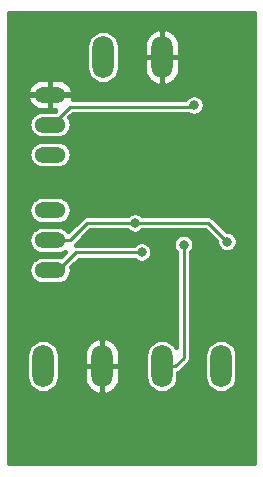
<source format=gbl>
G04 #@! TF.GenerationSoftware,KiCad,Pcbnew,5.1.5*
G04 #@! TF.CreationDate,2020-04-17T15:57:54+02:00*
G04 #@! TF.ProjectId,eco_charger_ltc3105,65636f5f-6368-4617-9267-65725f6c7463,rev?*
G04 #@! TF.SameCoordinates,Original*
G04 #@! TF.FileFunction,Copper,L2,Bot*
G04 #@! TF.FilePolarity,Positive*
%FSLAX46Y46*%
G04 Gerber Fmt 4.6, Leading zero omitted, Abs format (unit mm)*
G04 Created by KiCad (PCBNEW 5.1.5) date 2020-04-17 15:57:54*
%MOMM*%
%LPD*%
G04 APERTURE LIST*
%ADD10O,1.790700X3.581400*%
%ADD11O,2.641600X1.320800*%
%ADD12C,3.104800*%
%ADD13C,0.800000*%
%ADD14C,0.250000*%
%ADD15C,0.406400*%
G04 APERTURE END LIST*
D10*
X146010000Y-115824000D03*
X141010000Y-115824000D03*
X146090000Y-89662000D03*
X151090000Y-89662000D03*
X156074100Y-115824000D03*
X151074100Y-115824000D03*
D11*
X141605000Y-92837000D03*
X141605000Y-97917000D03*
X141605000Y-95377000D03*
X141605000Y-105156000D03*
X141605000Y-107696000D03*
X141605000Y-102616000D03*
D12*
X139700000Y-122428000D03*
X139827000Y-87630000D03*
X157226000Y-87630000D03*
X157226000Y-122428000D03*
D13*
X149352008Y-106172000D03*
X152908000Y-105537000D03*
X148778000Y-103698000D03*
X156591000Y-105283000D03*
X153796996Y-93726000D03*
D14*
X141732000Y-107696000D02*
X142240000Y-107696000D01*
X143764000Y-106172000D02*
X149352008Y-106172000D01*
X142240000Y-107696000D02*
X143764000Y-106172000D01*
X152908000Y-115135450D02*
X152219450Y-115824000D01*
X152219450Y-115824000D02*
X151074100Y-115824000D01*
X152908000Y-105537000D02*
X152908000Y-115135450D01*
X143302800Y-105156000D02*
X141732000Y-105156000D01*
X144760800Y-103698000D02*
X143302800Y-105156000D01*
X148778000Y-103698000D02*
X144760800Y-103698000D01*
X155006000Y-103698000D02*
X156591000Y-105283000D01*
X148778000Y-103698000D02*
X155006000Y-103698000D01*
X153669996Y-93853000D02*
X153796996Y-93726000D01*
X141732000Y-95377000D02*
X143256000Y-93853000D01*
X143256000Y-93853000D02*
X153669996Y-93853000D01*
D15*
G36*
X158897900Y-124050400D02*
G01*
X138104300Y-124050400D01*
X138104300Y-114859710D01*
X139606650Y-114859710D01*
X139606650Y-116788291D01*
X139626956Y-116994455D01*
X139707202Y-117258987D01*
X139837512Y-117502782D01*
X140012881Y-117716470D01*
X140226569Y-117891839D01*
X140470364Y-118022149D01*
X140734896Y-118102395D01*
X141010000Y-118129490D01*
X141285105Y-118102395D01*
X141549637Y-118022149D01*
X141793432Y-117891839D01*
X142007120Y-117716470D01*
X142182489Y-117502782D01*
X142312799Y-117258987D01*
X142393045Y-116994455D01*
X142413350Y-116788291D01*
X142413350Y-115849000D01*
X144455050Y-115849000D01*
X144455050Y-116744350D01*
X144489805Y-117047225D01*
X144582980Y-117337500D01*
X144730995Y-117604020D01*
X144928161Y-117836543D01*
X145166902Y-118026133D01*
X145438043Y-118165504D01*
X145731164Y-118249300D01*
X145742091Y-118251047D01*
X145985000Y-118109175D01*
X145985000Y-115849000D01*
X146035000Y-115849000D01*
X146035000Y-118109175D01*
X146277909Y-118251047D01*
X146288836Y-118249300D01*
X146581957Y-118165504D01*
X146853098Y-118026133D01*
X147091839Y-117836543D01*
X147289005Y-117604020D01*
X147437020Y-117337500D01*
X147530195Y-117047225D01*
X147564950Y-116744350D01*
X147564950Y-115849000D01*
X146035000Y-115849000D01*
X145985000Y-115849000D01*
X144455050Y-115849000D01*
X142413350Y-115849000D01*
X142413350Y-114903650D01*
X144455050Y-114903650D01*
X144455050Y-115799000D01*
X145985000Y-115799000D01*
X145985000Y-113538825D01*
X146035000Y-113538825D01*
X146035000Y-115799000D01*
X147564950Y-115799000D01*
X147564950Y-114903650D01*
X147559908Y-114859710D01*
X149670750Y-114859710D01*
X149670750Y-116788291D01*
X149691056Y-116994455D01*
X149771302Y-117258987D01*
X149901612Y-117502782D01*
X150076981Y-117716470D01*
X150290669Y-117891839D01*
X150534464Y-118022149D01*
X150798996Y-118102395D01*
X151074100Y-118129490D01*
X151349205Y-118102395D01*
X151613737Y-118022149D01*
X151857532Y-117891839D01*
X152071220Y-117716470D01*
X152246589Y-117502782D01*
X152376899Y-117258987D01*
X152457145Y-116994455D01*
X152477450Y-116788291D01*
X152477450Y-116403846D01*
X152572827Y-116352866D01*
X152669214Y-116273764D01*
X152689034Y-116249613D01*
X153333613Y-115605034D01*
X153357764Y-115585214D01*
X153436866Y-115488827D01*
X153495645Y-115378860D01*
X153531840Y-115259540D01*
X153534124Y-115236355D01*
X153544062Y-115135450D01*
X153541000Y-115104362D01*
X153541000Y-114859710D01*
X154670750Y-114859710D01*
X154670750Y-116788291D01*
X154691056Y-116994455D01*
X154771302Y-117258987D01*
X154901612Y-117502782D01*
X155076981Y-117716470D01*
X155290669Y-117891839D01*
X155534464Y-118022149D01*
X155798996Y-118102395D01*
X156074100Y-118129490D01*
X156349205Y-118102395D01*
X156613737Y-118022149D01*
X156857532Y-117891839D01*
X157071220Y-117716470D01*
X157246589Y-117502782D01*
X157376899Y-117258987D01*
X157457145Y-116994455D01*
X157477450Y-116788291D01*
X157477450Y-114859709D01*
X157457145Y-114653545D01*
X157376899Y-114389013D01*
X157246589Y-114145218D01*
X157071219Y-113931530D01*
X156857531Y-113756161D01*
X156613736Y-113625851D01*
X156349204Y-113545605D01*
X156074100Y-113518510D01*
X155798995Y-113545605D01*
X155534463Y-113625851D01*
X155290668Y-113756161D01*
X155076980Y-113931531D01*
X154901611Y-114145219D01*
X154771301Y-114389014D01*
X154691055Y-114653546D01*
X154670750Y-114859710D01*
X153541000Y-114859710D01*
X153541000Y-106188105D01*
X153613289Y-106115816D01*
X153712659Y-105967099D01*
X153781106Y-105801854D01*
X153816000Y-105626430D01*
X153816000Y-105447570D01*
X153781106Y-105272146D01*
X153712659Y-105106901D01*
X153613289Y-104958184D01*
X153486816Y-104831711D01*
X153338099Y-104732341D01*
X153172854Y-104663894D01*
X152997430Y-104629000D01*
X152818570Y-104629000D01*
X152643146Y-104663894D01*
X152477901Y-104732341D01*
X152329184Y-104831711D01*
X152202711Y-104958184D01*
X152103341Y-105106901D01*
X152034894Y-105272146D01*
X152000000Y-105447570D01*
X152000000Y-105626430D01*
X152034894Y-105801854D01*
X152103341Y-105967099D01*
X152202711Y-106115816D01*
X152275000Y-106188105D01*
X152275001Y-114198373D01*
X152246589Y-114145218D01*
X152071219Y-113931530D01*
X151857531Y-113756161D01*
X151613736Y-113625851D01*
X151349204Y-113545605D01*
X151074100Y-113518510D01*
X150798995Y-113545605D01*
X150534463Y-113625851D01*
X150290668Y-113756161D01*
X150076980Y-113931531D01*
X149901611Y-114145219D01*
X149771301Y-114389014D01*
X149691055Y-114653546D01*
X149670750Y-114859710D01*
X147559908Y-114859710D01*
X147530195Y-114600775D01*
X147437020Y-114310500D01*
X147289005Y-114043980D01*
X147091839Y-113811457D01*
X146853098Y-113621867D01*
X146581957Y-113482496D01*
X146288836Y-113398700D01*
X146277909Y-113396953D01*
X146035000Y-113538825D01*
X145985000Y-113538825D01*
X145742091Y-113396953D01*
X145731164Y-113398700D01*
X145438043Y-113482496D01*
X145166902Y-113621867D01*
X144928161Y-113811457D01*
X144730995Y-114043980D01*
X144582980Y-114310500D01*
X144489805Y-114600775D01*
X144455050Y-114903650D01*
X142413350Y-114903650D01*
X142413350Y-114859709D01*
X142393045Y-114653545D01*
X142312799Y-114389013D01*
X142182489Y-114145218D01*
X142007119Y-113931530D01*
X141793431Y-113756161D01*
X141549636Y-113625851D01*
X141285104Y-113545605D01*
X141010000Y-113518510D01*
X140734895Y-113545605D01*
X140470363Y-113625851D01*
X140226568Y-113756161D01*
X140012880Y-113931531D01*
X139837511Y-114145219D01*
X139707201Y-114389014D01*
X139626955Y-114653546D01*
X139606650Y-114859710D01*
X138104300Y-114859710D01*
X138104300Y-105156000D01*
X139770547Y-105156000D01*
X139793106Y-105385046D01*
X139859916Y-105605291D01*
X139968411Y-105808269D01*
X140114419Y-105986181D01*
X140292331Y-106132189D01*
X140495309Y-106240684D01*
X140715554Y-106307494D01*
X140887204Y-106324400D01*
X142322796Y-106324400D01*
X142494446Y-106307494D01*
X142714691Y-106240684D01*
X142898216Y-106142587D01*
X142495866Y-106544937D01*
X142494446Y-106544506D01*
X142322796Y-106527600D01*
X140887204Y-106527600D01*
X140715554Y-106544506D01*
X140495309Y-106611316D01*
X140292331Y-106719811D01*
X140114419Y-106865819D01*
X139968411Y-107043731D01*
X139859916Y-107246709D01*
X139793106Y-107466954D01*
X139770547Y-107696000D01*
X139793106Y-107925046D01*
X139859916Y-108145291D01*
X139968411Y-108348269D01*
X140114419Y-108526181D01*
X140292331Y-108672189D01*
X140495309Y-108780684D01*
X140715554Y-108847494D01*
X140887204Y-108864400D01*
X142322796Y-108864400D01*
X142494446Y-108847494D01*
X142714691Y-108780684D01*
X142917669Y-108672189D01*
X143095581Y-108526181D01*
X143241589Y-108348269D01*
X143350084Y-108145291D01*
X143416894Y-107925046D01*
X143439453Y-107696000D01*
X143416894Y-107466954D01*
X143404640Y-107426557D01*
X144026197Y-106805000D01*
X148700903Y-106805000D01*
X148773192Y-106877289D01*
X148921909Y-106976659D01*
X149087154Y-107045106D01*
X149262578Y-107080000D01*
X149441438Y-107080000D01*
X149616862Y-107045106D01*
X149782107Y-106976659D01*
X149930824Y-106877289D01*
X150057297Y-106750816D01*
X150156667Y-106602099D01*
X150225114Y-106436854D01*
X150260008Y-106261430D01*
X150260008Y-106082570D01*
X150225114Y-105907146D01*
X150156667Y-105741901D01*
X150057297Y-105593184D01*
X149930824Y-105466711D01*
X149782107Y-105367341D01*
X149616862Y-105298894D01*
X149441438Y-105264000D01*
X149262578Y-105264000D01*
X149087154Y-105298894D01*
X148921909Y-105367341D01*
X148773192Y-105466711D01*
X148700903Y-105539000D01*
X143814997Y-105539000D01*
X145022997Y-104331000D01*
X148126895Y-104331000D01*
X148199184Y-104403289D01*
X148347901Y-104502659D01*
X148513146Y-104571106D01*
X148688570Y-104606000D01*
X148867430Y-104606000D01*
X149042854Y-104571106D01*
X149208099Y-104502659D01*
X149356816Y-104403289D01*
X149429105Y-104331000D01*
X154743803Y-104331000D01*
X155683000Y-105270197D01*
X155683000Y-105372430D01*
X155717894Y-105547854D01*
X155786341Y-105713099D01*
X155885711Y-105861816D01*
X156012184Y-105988289D01*
X156160901Y-106087659D01*
X156326146Y-106156106D01*
X156501570Y-106191000D01*
X156680430Y-106191000D01*
X156855854Y-106156106D01*
X157021099Y-106087659D01*
X157169816Y-105988289D01*
X157296289Y-105861816D01*
X157395659Y-105713099D01*
X157464106Y-105547854D01*
X157499000Y-105372430D01*
X157499000Y-105193570D01*
X157464106Y-105018146D01*
X157395659Y-104852901D01*
X157296289Y-104704184D01*
X157169816Y-104577711D01*
X157021099Y-104478341D01*
X156855854Y-104409894D01*
X156680430Y-104375000D01*
X156578197Y-104375000D01*
X155475584Y-103272387D01*
X155455764Y-103248236D01*
X155359377Y-103169134D01*
X155249410Y-103110355D01*
X155130090Y-103074160D01*
X155037088Y-103065000D01*
X155006000Y-103061938D01*
X154974912Y-103065000D01*
X149429105Y-103065000D01*
X149356816Y-102992711D01*
X149208099Y-102893341D01*
X149042854Y-102824894D01*
X148867430Y-102790000D01*
X148688570Y-102790000D01*
X148513146Y-102824894D01*
X148347901Y-102893341D01*
X148199184Y-102992711D01*
X148126895Y-103065000D01*
X144791885Y-103065000D01*
X144760799Y-103061938D01*
X144729713Y-103065000D01*
X144729712Y-103065000D01*
X144636710Y-103074160D01*
X144517390Y-103110355D01*
X144407423Y-103169134D01*
X144311036Y-103248236D01*
X144291216Y-103272387D01*
X143159679Y-104403924D01*
X143095581Y-104325819D01*
X142917669Y-104179811D01*
X142714691Y-104071316D01*
X142494446Y-104004506D01*
X142322796Y-103987600D01*
X140887204Y-103987600D01*
X140715554Y-104004506D01*
X140495309Y-104071316D01*
X140292331Y-104179811D01*
X140114419Y-104325819D01*
X139968411Y-104503731D01*
X139859916Y-104706709D01*
X139793106Y-104926954D01*
X139770547Y-105156000D01*
X138104300Y-105156000D01*
X138104300Y-102616000D01*
X139770547Y-102616000D01*
X139793106Y-102845046D01*
X139859916Y-103065291D01*
X139968411Y-103268269D01*
X140114419Y-103446181D01*
X140292331Y-103592189D01*
X140495309Y-103700684D01*
X140715554Y-103767494D01*
X140887204Y-103784400D01*
X142322796Y-103784400D01*
X142494446Y-103767494D01*
X142714691Y-103700684D01*
X142917669Y-103592189D01*
X143095581Y-103446181D01*
X143241589Y-103268269D01*
X143350084Y-103065291D01*
X143416894Y-102845046D01*
X143439453Y-102616000D01*
X143416894Y-102386954D01*
X143350084Y-102166709D01*
X143241589Y-101963731D01*
X143095581Y-101785819D01*
X142917669Y-101639811D01*
X142714691Y-101531316D01*
X142494446Y-101464506D01*
X142322796Y-101447600D01*
X140887204Y-101447600D01*
X140715554Y-101464506D01*
X140495309Y-101531316D01*
X140292331Y-101639811D01*
X140114419Y-101785819D01*
X139968411Y-101963731D01*
X139859916Y-102166709D01*
X139793106Y-102386954D01*
X139770547Y-102616000D01*
X138104300Y-102616000D01*
X138104300Y-97917000D01*
X139770547Y-97917000D01*
X139793106Y-98146046D01*
X139859916Y-98366291D01*
X139968411Y-98569269D01*
X140114419Y-98747181D01*
X140292331Y-98893189D01*
X140495309Y-99001684D01*
X140715554Y-99068494D01*
X140887204Y-99085400D01*
X142322796Y-99085400D01*
X142494446Y-99068494D01*
X142714691Y-99001684D01*
X142917669Y-98893189D01*
X143095581Y-98747181D01*
X143241589Y-98569269D01*
X143350084Y-98366291D01*
X143416894Y-98146046D01*
X143439453Y-97917000D01*
X143416894Y-97687954D01*
X143350084Y-97467709D01*
X143241589Y-97264731D01*
X143095581Y-97086819D01*
X142917669Y-96940811D01*
X142714691Y-96832316D01*
X142494446Y-96765506D01*
X142322796Y-96748600D01*
X140887204Y-96748600D01*
X140715554Y-96765506D01*
X140495309Y-96832316D01*
X140292331Y-96940811D01*
X140114419Y-97086819D01*
X139968411Y-97264731D01*
X139859916Y-97467709D01*
X139793106Y-97687954D01*
X139770547Y-97917000D01*
X138104300Y-97917000D01*
X138104300Y-95377000D01*
X139770547Y-95377000D01*
X139793106Y-95606046D01*
X139859916Y-95826291D01*
X139968411Y-96029269D01*
X140114419Y-96207181D01*
X140292331Y-96353189D01*
X140495309Y-96461684D01*
X140715554Y-96528494D01*
X140887204Y-96545400D01*
X142322796Y-96545400D01*
X142494446Y-96528494D01*
X142714691Y-96461684D01*
X142917669Y-96353189D01*
X143095581Y-96207181D01*
X143241589Y-96029269D01*
X143350084Y-95826291D01*
X143416894Y-95606046D01*
X143439453Y-95377000D01*
X143416894Y-95147954D01*
X143350084Y-94927709D01*
X143254783Y-94749414D01*
X143518197Y-94486000D01*
X153300060Y-94486000D01*
X153366897Y-94530659D01*
X153532142Y-94599106D01*
X153707566Y-94634000D01*
X153886426Y-94634000D01*
X154061850Y-94599106D01*
X154227095Y-94530659D01*
X154375812Y-94431289D01*
X154502285Y-94304816D01*
X154601655Y-94156099D01*
X154670102Y-93990854D01*
X154704996Y-93815430D01*
X154704996Y-93636570D01*
X154670102Y-93461146D01*
X154601655Y-93295901D01*
X154502285Y-93147184D01*
X154375812Y-93020711D01*
X154227095Y-92921341D01*
X154061850Y-92852894D01*
X153886426Y-92818000D01*
X153707566Y-92818000D01*
X153532142Y-92852894D01*
X153366897Y-92921341D01*
X153218180Y-93020711D01*
X153091707Y-93147184D01*
X153043053Y-93220000D01*
X143522497Y-93220000D01*
X143564914Y-93070000D01*
X143565004Y-93068149D01*
X143420229Y-92862000D01*
X141630000Y-92862000D01*
X141630000Y-94157000D01*
X142056803Y-94157000D01*
X142005203Y-94208600D01*
X140887204Y-94208600D01*
X140715554Y-94225506D01*
X140495309Y-94292316D01*
X140292331Y-94400811D01*
X140114419Y-94546819D01*
X139968411Y-94724731D01*
X139859916Y-94927709D01*
X139793106Y-95147954D01*
X139770547Y-95377000D01*
X138104300Y-95377000D01*
X138104300Y-93068149D01*
X139644996Y-93068149D01*
X139645086Y-93070000D01*
X139715512Y-93319046D01*
X139833171Y-93549567D01*
X139993542Y-93752704D01*
X140190461Y-93920651D01*
X140416361Y-94046954D01*
X140662561Y-94126759D01*
X140919600Y-94157000D01*
X141580000Y-94157000D01*
X141580000Y-92862000D01*
X139789771Y-92862000D01*
X139644996Y-93068149D01*
X138104300Y-93068149D01*
X138104300Y-92605851D01*
X139644996Y-92605851D01*
X139789771Y-92812000D01*
X141580000Y-92812000D01*
X141580000Y-91517000D01*
X141630000Y-91517000D01*
X141630000Y-92812000D01*
X143420229Y-92812000D01*
X143565004Y-92605851D01*
X143564914Y-92604000D01*
X143494488Y-92354954D01*
X143376829Y-92124433D01*
X143216458Y-91921296D01*
X143019539Y-91753349D01*
X142793639Y-91627046D01*
X142547439Y-91547241D01*
X142290400Y-91517000D01*
X141630000Y-91517000D01*
X141580000Y-91517000D01*
X140919600Y-91517000D01*
X140662561Y-91547241D01*
X140416361Y-91627046D01*
X140190461Y-91753349D01*
X139993542Y-91921296D01*
X139833171Y-92124433D01*
X139715512Y-92354954D01*
X139645086Y-92604000D01*
X139644996Y-92605851D01*
X138104300Y-92605851D01*
X138104300Y-88697709D01*
X144686650Y-88697709D01*
X144686650Y-90626290D01*
X144706955Y-90832454D01*
X144787201Y-91096986D01*
X144917511Y-91340781D01*
X145092880Y-91554469D01*
X145306568Y-91729839D01*
X145550363Y-91860149D01*
X145814895Y-91940395D01*
X146090000Y-91967490D01*
X146365104Y-91940395D01*
X146629636Y-91860149D01*
X146873431Y-91729839D01*
X147087119Y-91554470D01*
X147262489Y-91340782D01*
X147392799Y-91096987D01*
X147473045Y-90832455D01*
X147493350Y-90626291D01*
X147493350Y-89687000D01*
X149535050Y-89687000D01*
X149535050Y-90582350D01*
X149569805Y-90885225D01*
X149662980Y-91175500D01*
X149810995Y-91442020D01*
X150008161Y-91674543D01*
X150246902Y-91864133D01*
X150518043Y-92003504D01*
X150811164Y-92087300D01*
X150822091Y-92089047D01*
X151065000Y-91947175D01*
X151065000Y-89687000D01*
X151115000Y-89687000D01*
X151115000Y-91947175D01*
X151357909Y-92089047D01*
X151368836Y-92087300D01*
X151661957Y-92003504D01*
X151933098Y-91864133D01*
X152171839Y-91674543D01*
X152369005Y-91442020D01*
X152517020Y-91175500D01*
X152610195Y-90885225D01*
X152644950Y-90582350D01*
X152644950Y-89687000D01*
X151115000Y-89687000D01*
X151065000Y-89687000D01*
X149535050Y-89687000D01*
X147493350Y-89687000D01*
X147493350Y-88741650D01*
X149535050Y-88741650D01*
X149535050Y-89637000D01*
X151065000Y-89637000D01*
X151065000Y-87376825D01*
X151115000Y-87376825D01*
X151115000Y-89637000D01*
X152644950Y-89637000D01*
X152644950Y-88741650D01*
X152610195Y-88438775D01*
X152517020Y-88148500D01*
X152369005Y-87881980D01*
X152171839Y-87649457D01*
X151933098Y-87459867D01*
X151661957Y-87320496D01*
X151368836Y-87236700D01*
X151357909Y-87234953D01*
X151115000Y-87376825D01*
X151065000Y-87376825D01*
X150822091Y-87234953D01*
X150811164Y-87236700D01*
X150518043Y-87320496D01*
X150246902Y-87459867D01*
X150008161Y-87649457D01*
X149810995Y-87881980D01*
X149662980Y-88148500D01*
X149569805Y-88438775D01*
X149535050Y-88741650D01*
X147493350Y-88741650D01*
X147493350Y-88697709D01*
X147473045Y-88491545D01*
X147392799Y-88227013D01*
X147262489Y-87983218D01*
X147087120Y-87769530D01*
X146873432Y-87594161D01*
X146629637Y-87463851D01*
X146365105Y-87383605D01*
X146090000Y-87356510D01*
X145814896Y-87383605D01*
X145550364Y-87463851D01*
X145306569Y-87594161D01*
X145092881Y-87769530D01*
X144917512Y-87983218D01*
X144787202Y-88227013D01*
X144706956Y-88491545D01*
X144686650Y-88697709D01*
X138104300Y-88697709D01*
X138104300Y-85956800D01*
X158897900Y-85956800D01*
X158897900Y-124050400D01*
G37*
X158897900Y-124050400D02*
X138104300Y-124050400D01*
X138104300Y-114859710D01*
X139606650Y-114859710D01*
X139606650Y-116788291D01*
X139626956Y-116994455D01*
X139707202Y-117258987D01*
X139837512Y-117502782D01*
X140012881Y-117716470D01*
X140226569Y-117891839D01*
X140470364Y-118022149D01*
X140734896Y-118102395D01*
X141010000Y-118129490D01*
X141285105Y-118102395D01*
X141549637Y-118022149D01*
X141793432Y-117891839D01*
X142007120Y-117716470D01*
X142182489Y-117502782D01*
X142312799Y-117258987D01*
X142393045Y-116994455D01*
X142413350Y-116788291D01*
X142413350Y-115849000D01*
X144455050Y-115849000D01*
X144455050Y-116744350D01*
X144489805Y-117047225D01*
X144582980Y-117337500D01*
X144730995Y-117604020D01*
X144928161Y-117836543D01*
X145166902Y-118026133D01*
X145438043Y-118165504D01*
X145731164Y-118249300D01*
X145742091Y-118251047D01*
X145985000Y-118109175D01*
X145985000Y-115849000D01*
X146035000Y-115849000D01*
X146035000Y-118109175D01*
X146277909Y-118251047D01*
X146288836Y-118249300D01*
X146581957Y-118165504D01*
X146853098Y-118026133D01*
X147091839Y-117836543D01*
X147289005Y-117604020D01*
X147437020Y-117337500D01*
X147530195Y-117047225D01*
X147564950Y-116744350D01*
X147564950Y-115849000D01*
X146035000Y-115849000D01*
X145985000Y-115849000D01*
X144455050Y-115849000D01*
X142413350Y-115849000D01*
X142413350Y-114903650D01*
X144455050Y-114903650D01*
X144455050Y-115799000D01*
X145985000Y-115799000D01*
X145985000Y-113538825D01*
X146035000Y-113538825D01*
X146035000Y-115799000D01*
X147564950Y-115799000D01*
X147564950Y-114903650D01*
X147559908Y-114859710D01*
X149670750Y-114859710D01*
X149670750Y-116788291D01*
X149691056Y-116994455D01*
X149771302Y-117258987D01*
X149901612Y-117502782D01*
X150076981Y-117716470D01*
X150290669Y-117891839D01*
X150534464Y-118022149D01*
X150798996Y-118102395D01*
X151074100Y-118129490D01*
X151349205Y-118102395D01*
X151613737Y-118022149D01*
X151857532Y-117891839D01*
X152071220Y-117716470D01*
X152246589Y-117502782D01*
X152376899Y-117258987D01*
X152457145Y-116994455D01*
X152477450Y-116788291D01*
X152477450Y-116403846D01*
X152572827Y-116352866D01*
X152669214Y-116273764D01*
X152689034Y-116249613D01*
X153333613Y-115605034D01*
X153357764Y-115585214D01*
X153436866Y-115488827D01*
X153495645Y-115378860D01*
X153531840Y-115259540D01*
X153534124Y-115236355D01*
X153544062Y-115135450D01*
X153541000Y-115104362D01*
X153541000Y-114859710D01*
X154670750Y-114859710D01*
X154670750Y-116788291D01*
X154691056Y-116994455D01*
X154771302Y-117258987D01*
X154901612Y-117502782D01*
X155076981Y-117716470D01*
X155290669Y-117891839D01*
X155534464Y-118022149D01*
X155798996Y-118102395D01*
X156074100Y-118129490D01*
X156349205Y-118102395D01*
X156613737Y-118022149D01*
X156857532Y-117891839D01*
X157071220Y-117716470D01*
X157246589Y-117502782D01*
X157376899Y-117258987D01*
X157457145Y-116994455D01*
X157477450Y-116788291D01*
X157477450Y-114859709D01*
X157457145Y-114653545D01*
X157376899Y-114389013D01*
X157246589Y-114145218D01*
X157071219Y-113931530D01*
X156857531Y-113756161D01*
X156613736Y-113625851D01*
X156349204Y-113545605D01*
X156074100Y-113518510D01*
X155798995Y-113545605D01*
X155534463Y-113625851D01*
X155290668Y-113756161D01*
X155076980Y-113931531D01*
X154901611Y-114145219D01*
X154771301Y-114389014D01*
X154691055Y-114653546D01*
X154670750Y-114859710D01*
X153541000Y-114859710D01*
X153541000Y-106188105D01*
X153613289Y-106115816D01*
X153712659Y-105967099D01*
X153781106Y-105801854D01*
X153816000Y-105626430D01*
X153816000Y-105447570D01*
X153781106Y-105272146D01*
X153712659Y-105106901D01*
X153613289Y-104958184D01*
X153486816Y-104831711D01*
X153338099Y-104732341D01*
X153172854Y-104663894D01*
X152997430Y-104629000D01*
X152818570Y-104629000D01*
X152643146Y-104663894D01*
X152477901Y-104732341D01*
X152329184Y-104831711D01*
X152202711Y-104958184D01*
X152103341Y-105106901D01*
X152034894Y-105272146D01*
X152000000Y-105447570D01*
X152000000Y-105626430D01*
X152034894Y-105801854D01*
X152103341Y-105967099D01*
X152202711Y-106115816D01*
X152275000Y-106188105D01*
X152275001Y-114198373D01*
X152246589Y-114145218D01*
X152071219Y-113931530D01*
X151857531Y-113756161D01*
X151613736Y-113625851D01*
X151349204Y-113545605D01*
X151074100Y-113518510D01*
X150798995Y-113545605D01*
X150534463Y-113625851D01*
X150290668Y-113756161D01*
X150076980Y-113931531D01*
X149901611Y-114145219D01*
X149771301Y-114389014D01*
X149691055Y-114653546D01*
X149670750Y-114859710D01*
X147559908Y-114859710D01*
X147530195Y-114600775D01*
X147437020Y-114310500D01*
X147289005Y-114043980D01*
X147091839Y-113811457D01*
X146853098Y-113621867D01*
X146581957Y-113482496D01*
X146288836Y-113398700D01*
X146277909Y-113396953D01*
X146035000Y-113538825D01*
X145985000Y-113538825D01*
X145742091Y-113396953D01*
X145731164Y-113398700D01*
X145438043Y-113482496D01*
X145166902Y-113621867D01*
X144928161Y-113811457D01*
X144730995Y-114043980D01*
X144582980Y-114310500D01*
X144489805Y-114600775D01*
X144455050Y-114903650D01*
X142413350Y-114903650D01*
X142413350Y-114859709D01*
X142393045Y-114653545D01*
X142312799Y-114389013D01*
X142182489Y-114145218D01*
X142007119Y-113931530D01*
X141793431Y-113756161D01*
X141549636Y-113625851D01*
X141285104Y-113545605D01*
X141010000Y-113518510D01*
X140734895Y-113545605D01*
X140470363Y-113625851D01*
X140226568Y-113756161D01*
X140012880Y-113931531D01*
X139837511Y-114145219D01*
X139707201Y-114389014D01*
X139626955Y-114653546D01*
X139606650Y-114859710D01*
X138104300Y-114859710D01*
X138104300Y-105156000D01*
X139770547Y-105156000D01*
X139793106Y-105385046D01*
X139859916Y-105605291D01*
X139968411Y-105808269D01*
X140114419Y-105986181D01*
X140292331Y-106132189D01*
X140495309Y-106240684D01*
X140715554Y-106307494D01*
X140887204Y-106324400D01*
X142322796Y-106324400D01*
X142494446Y-106307494D01*
X142714691Y-106240684D01*
X142898216Y-106142587D01*
X142495866Y-106544937D01*
X142494446Y-106544506D01*
X142322796Y-106527600D01*
X140887204Y-106527600D01*
X140715554Y-106544506D01*
X140495309Y-106611316D01*
X140292331Y-106719811D01*
X140114419Y-106865819D01*
X139968411Y-107043731D01*
X139859916Y-107246709D01*
X139793106Y-107466954D01*
X139770547Y-107696000D01*
X139793106Y-107925046D01*
X139859916Y-108145291D01*
X139968411Y-108348269D01*
X140114419Y-108526181D01*
X140292331Y-108672189D01*
X140495309Y-108780684D01*
X140715554Y-108847494D01*
X140887204Y-108864400D01*
X142322796Y-108864400D01*
X142494446Y-108847494D01*
X142714691Y-108780684D01*
X142917669Y-108672189D01*
X143095581Y-108526181D01*
X143241589Y-108348269D01*
X143350084Y-108145291D01*
X143416894Y-107925046D01*
X143439453Y-107696000D01*
X143416894Y-107466954D01*
X143404640Y-107426557D01*
X144026197Y-106805000D01*
X148700903Y-106805000D01*
X148773192Y-106877289D01*
X148921909Y-106976659D01*
X149087154Y-107045106D01*
X149262578Y-107080000D01*
X149441438Y-107080000D01*
X149616862Y-107045106D01*
X149782107Y-106976659D01*
X149930824Y-106877289D01*
X150057297Y-106750816D01*
X150156667Y-106602099D01*
X150225114Y-106436854D01*
X150260008Y-106261430D01*
X150260008Y-106082570D01*
X150225114Y-105907146D01*
X150156667Y-105741901D01*
X150057297Y-105593184D01*
X149930824Y-105466711D01*
X149782107Y-105367341D01*
X149616862Y-105298894D01*
X149441438Y-105264000D01*
X149262578Y-105264000D01*
X149087154Y-105298894D01*
X148921909Y-105367341D01*
X148773192Y-105466711D01*
X148700903Y-105539000D01*
X143814997Y-105539000D01*
X145022997Y-104331000D01*
X148126895Y-104331000D01*
X148199184Y-104403289D01*
X148347901Y-104502659D01*
X148513146Y-104571106D01*
X148688570Y-104606000D01*
X148867430Y-104606000D01*
X149042854Y-104571106D01*
X149208099Y-104502659D01*
X149356816Y-104403289D01*
X149429105Y-104331000D01*
X154743803Y-104331000D01*
X155683000Y-105270197D01*
X155683000Y-105372430D01*
X155717894Y-105547854D01*
X155786341Y-105713099D01*
X155885711Y-105861816D01*
X156012184Y-105988289D01*
X156160901Y-106087659D01*
X156326146Y-106156106D01*
X156501570Y-106191000D01*
X156680430Y-106191000D01*
X156855854Y-106156106D01*
X157021099Y-106087659D01*
X157169816Y-105988289D01*
X157296289Y-105861816D01*
X157395659Y-105713099D01*
X157464106Y-105547854D01*
X157499000Y-105372430D01*
X157499000Y-105193570D01*
X157464106Y-105018146D01*
X157395659Y-104852901D01*
X157296289Y-104704184D01*
X157169816Y-104577711D01*
X157021099Y-104478341D01*
X156855854Y-104409894D01*
X156680430Y-104375000D01*
X156578197Y-104375000D01*
X155475584Y-103272387D01*
X155455764Y-103248236D01*
X155359377Y-103169134D01*
X155249410Y-103110355D01*
X155130090Y-103074160D01*
X155037088Y-103065000D01*
X155006000Y-103061938D01*
X154974912Y-103065000D01*
X149429105Y-103065000D01*
X149356816Y-102992711D01*
X149208099Y-102893341D01*
X149042854Y-102824894D01*
X148867430Y-102790000D01*
X148688570Y-102790000D01*
X148513146Y-102824894D01*
X148347901Y-102893341D01*
X148199184Y-102992711D01*
X148126895Y-103065000D01*
X144791885Y-103065000D01*
X144760799Y-103061938D01*
X144729713Y-103065000D01*
X144729712Y-103065000D01*
X144636710Y-103074160D01*
X144517390Y-103110355D01*
X144407423Y-103169134D01*
X144311036Y-103248236D01*
X144291216Y-103272387D01*
X143159679Y-104403924D01*
X143095581Y-104325819D01*
X142917669Y-104179811D01*
X142714691Y-104071316D01*
X142494446Y-104004506D01*
X142322796Y-103987600D01*
X140887204Y-103987600D01*
X140715554Y-104004506D01*
X140495309Y-104071316D01*
X140292331Y-104179811D01*
X140114419Y-104325819D01*
X139968411Y-104503731D01*
X139859916Y-104706709D01*
X139793106Y-104926954D01*
X139770547Y-105156000D01*
X138104300Y-105156000D01*
X138104300Y-102616000D01*
X139770547Y-102616000D01*
X139793106Y-102845046D01*
X139859916Y-103065291D01*
X139968411Y-103268269D01*
X140114419Y-103446181D01*
X140292331Y-103592189D01*
X140495309Y-103700684D01*
X140715554Y-103767494D01*
X140887204Y-103784400D01*
X142322796Y-103784400D01*
X142494446Y-103767494D01*
X142714691Y-103700684D01*
X142917669Y-103592189D01*
X143095581Y-103446181D01*
X143241589Y-103268269D01*
X143350084Y-103065291D01*
X143416894Y-102845046D01*
X143439453Y-102616000D01*
X143416894Y-102386954D01*
X143350084Y-102166709D01*
X143241589Y-101963731D01*
X143095581Y-101785819D01*
X142917669Y-101639811D01*
X142714691Y-101531316D01*
X142494446Y-101464506D01*
X142322796Y-101447600D01*
X140887204Y-101447600D01*
X140715554Y-101464506D01*
X140495309Y-101531316D01*
X140292331Y-101639811D01*
X140114419Y-101785819D01*
X139968411Y-101963731D01*
X139859916Y-102166709D01*
X139793106Y-102386954D01*
X139770547Y-102616000D01*
X138104300Y-102616000D01*
X138104300Y-97917000D01*
X139770547Y-97917000D01*
X139793106Y-98146046D01*
X139859916Y-98366291D01*
X139968411Y-98569269D01*
X140114419Y-98747181D01*
X140292331Y-98893189D01*
X140495309Y-99001684D01*
X140715554Y-99068494D01*
X140887204Y-99085400D01*
X142322796Y-99085400D01*
X142494446Y-99068494D01*
X142714691Y-99001684D01*
X142917669Y-98893189D01*
X143095581Y-98747181D01*
X143241589Y-98569269D01*
X143350084Y-98366291D01*
X143416894Y-98146046D01*
X143439453Y-97917000D01*
X143416894Y-97687954D01*
X143350084Y-97467709D01*
X143241589Y-97264731D01*
X143095581Y-97086819D01*
X142917669Y-96940811D01*
X142714691Y-96832316D01*
X142494446Y-96765506D01*
X142322796Y-96748600D01*
X140887204Y-96748600D01*
X140715554Y-96765506D01*
X140495309Y-96832316D01*
X140292331Y-96940811D01*
X140114419Y-97086819D01*
X139968411Y-97264731D01*
X139859916Y-97467709D01*
X139793106Y-97687954D01*
X139770547Y-97917000D01*
X138104300Y-97917000D01*
X138104300Y-95377000D01*
X139770547Y-95377000D01*
X139793106Y-95606046D01*
X139859916Y-95826291D01*
X139968411Y-96029269D01*
X140114419Y-96207181D01*
X140292331Y-96353189D01*
X140495309Y-96461684D01*
X140715554Y-96528494D01*
X140887204Y-96545400D01*
X142322796Y-96545400D01*
X142494446Y-96528494D01*
X142714691Y-96461684D01*
X142917669Y-96353189D01*
X143095581Y-96207181D01*
X143241589Y-96029269D01*
X143350084Y-95826291D01*
X143416894Y-95606046D01*
X143439453Y-95377000D01*
X143416894Y-95147954D01*
X143350084Y-94927709D01*
X143254783Y-94749414D01*
X143518197Y-94486000D01*
X153300060Y-94486000D01*
X153366897Y-94530659D01*
X153532142Y-94599106D01*
X153707566Y-94634000D01*
X153886426Y-94634000D01*
X154061850Y-94599106D01*
X154227095Y-94530659D01*
X154375812Y-94431289D01*
X154502285Y-94304816D01*
X154601655Y-94156099D01*
X154670102Y-93990854D01*
X154704996Y-93815430D01*
X154704996Y-93636570D01*
X154670102Y-93461146D01*
X154601655Y-93295901D01*
X154502285Y-93147184D01*
X154375812Y-93020711D01*
X154227095Y-92921341D01*
X154061850Y-92852894D01*
X153886426Y-92818000D01*
X153707566Y-92818000D01*
X153532142Y-92852894D01*
X153366897Y-92921341D01*
X153218180Y-93020711D01*
X153091707Y-93147184D01*
X153043053Y-93220000D01*
X143522497Y-93220000D01*
X143564914Y-93070000D01*
X143565004Y-93068149D01*
X143420229Y-92862000D01*
X141630000Y-92862000D01*
X141630000Y-94157000D01*
X142056803Y-94157000D01*
X142005203Y-94208600D01*
X140887204Y-94208600D01*
X140715554Y-94225506D01*
X140495309Y-94292316D01*
X140292331Y-94400811D01*
X140114419Y-94546819D01*
X139968411Y-94724731D01*
X139859916Y-94927709D01*
X139793106Y-95147954D01*
X139770547Y-95377000D01*
X138104300Y-95377000D01*
X138104300Y-93068149D01*
X139644996Y-93068149D01*
X139645086Y-93070000D01*
X139715512Y-93319046D01*
X139833171Y-93549567D01*
X139993542Y-93752704D01*
X140190461Y-93920651D01*
X140416361Y-94046954D01*
X140662561Y-94126759D01*
X140919600Y-94157000D01*
X141580000Y-94157000D01*
X141580000Y-92862000D01*
X139789771Y-92862000D01*
X139644996Y-93068149D01*
X138104300Y-93068149D01*
X138104300Y-92605851D01*
X139644996Y-92605851D01*
X139789771Y-92812000D01*
X141580000Y-92812000D01*
X141580000Y-91517000D01*
X141630000Y-91517000D01*
X141630000Y-92812000D01*
X143420229Y-92812000D01*
X143565004Y-92605851D01*
X143564914Y-92604000D01*
X143494488Y-92354954D01*
X143376829Y-92124433D01*
X143216458Y-91921296D01*
X143019539Y-91753349D01*
X142793639Y-91627046D01*
X142547439Y-91547241D01*
X142290400Y-91517000D01*
X141630000Y-91517000D01*
X141580000Y-91517000D01*
X140919600Y-91517000D01*
X140662561Y-91547241D01*
X140416361Y-91627046D01*
X140190461Y-91753349D01*
X139993542Y-91921296D01*
X139833171Y-92124433D01*
X139715512Y-92354954D01*
X139645086Y-92604000D01*
X139644996Y-92605851D01*
X138104300Y-92605851D01*
X138104300Y-88697709D01*
X144686650Y-88697709D01*
X144686650Y-90626290D01*
X144706955Y-90832454D01*
X144787201Y-91096986D01*
X144917511Y-91340781D01*
X145092880Y-91554469D01*
X145306568Y-91729839D01*
X145550363Y-91860149D01*
X145814895Y-91940395D01*
X146090000Y-91967490D01*
X146365104Y-91940395D01*
X146629636Y-91860149D01*
X146873431Y-91729839D01*
X147087119Y-91554470D01*
X147262489Y-91340782D01*
X147392799Y-91096987D01*
X147473045Y-90832455D01*
X147493350Y-90626291D01*
X147493350Y-89687000D01*
X149535050Y-89687000D01*
X149535050Y-90582350D01*
X149569805Y-90885225D01*
X149662980Y-91175500D01*
X149810995Y-91442020D01*
X150008161Y-91674543D01*
X150246902Y-91864133D01*
X150518043Y-92003504D01*
X150811164Y-92087300D01*
X150822091Y-92089047D01*
X151065000Y-91947175D01*
X151065000Y-89687000D01*
X151115000Y-89687000D01*
X151115000Y-91947175D01*
X151357909Y-92089047D01*
X151368836Y-92087300D01*
X151661957Y-92003504D01*
X151933098Y-91864133D01*
X152171839Y-91674543D01*
X152369005Y-91442020D01*
X152517020Y-91175500D01*
X152610195Y-90885225D01*
X152644950Y-90582350D01*
X152644950Y-89687000D01*
X151115000Y-89687000D01*
X151065000Y-89687000D01*
X149535050Y-89687000D01*
X147493350Y-89687000D01*
X147493350Y-88741650D01*
X149535050Y-88741650D01*
X149535050Y-89637000D01*
X151065000Y-89637000D01*
X151065000Y-87376825D01*
X151115000Y-87376825D01*
X151115000Y-89637000D01*
X152644950Y-89637000D01*
X152644950Y-88741650D01*
X152610195Y-88438775D01*
X152517020Y-88148500D01*
X152369005Y-87881980D01*
X152171839Y-87649457D01*
X151933098Y-87459867D01*
X151661957Y-87320496D01*
X151368836Y-87236700D01*
X151357909Y-87234953D01*
X151115000Y-87376825D01*
X151065000Y-87376825D01*
X150822091Y-87234953D01*
X150811164Y-87236700D01*
X150518043Y-87320496D01*
X150246902Y-87459867D01*
X150008161Y-87649457D01*
X149810995Y-87881980D01*
X149662980Y-88148500D01*
X149569805Y-88438775D01*
X149535050Y-88741650D01*
X147493350Y-88741650D01*
X147493350Y-88697709D01*
X147473045Y-88491545D01*
X147392799Y-88227013D01*
X147262489Y-87983218D01*
X147087120Y-87769530D01*
X146873432Y-87594161D01*
X146629637Y-87463851D01*
X146365105Y-87383605D01*
X146090000Y-87356510D01*
X145814896Y-87383605D01*
X145550364Y-87463851D01*
X145306569Y-87594161D01*
X145092881Y-87769530D01*
X144917512Y-87983218D01*
X144787202Y-88227013D01*
X144706956Y-88491545D01*
X144686650Y-88697709D01*
X138104300Y-88697709D01*
X138104300Y-85956800D01*
X158897900Y-85956800D01*
X158897900Y-124050400D01*
M02*

</source>
